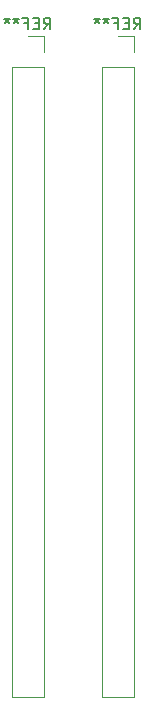
<source format=gbr>
%TF.GenerationSoftware,KiCad,Pcbnew,8.0.0*%
%TF.CreationDate,2024-02-24T18:53:26+01:00*%
%TF.ProjectId,ESP32-S3-Breadboard-Adapter,45535033-322d-4533-932d-427265616462,rev?*%
%TF.SameCoordinates,Original*%
%TF.FileFunction,Legend,Bot*%
%TF.FilePolarity,Positive*%
%FSLAX46Y46*%
G04 Gerber Fmt 4.6, Leading zero omitted, Abs format (unit mm)*
G04 Created by KiCad (PCBNEW 8.0.0) date 2024-02-24 18:53:26*
%MOMM*%
%LPD*%
G01*
G04 APERTURE LIST*
%ADD10C,0.150000*%
%ADD11C,0.120000*%
G04 APERTURE END LIST*
D10*
X143573333Y-107344819D02*
X143906666Y-106868628D01*
X144144761Y-107344819D02*
X144144761Y-106344819D01*
X144144761Y-106344819D02*
X143763809Y-106344819D01*
X143763809Y-106344819D02*
X143668571Y-106392438D01*
X143668571Y-106392438D02*
X143620952Y-106440057D01*
X143620952Y-106440057D02*
X143573333Y-106535295D01*
X143573333Y-106535295D02*
X143573333Y-106678152D01*
X143573333Y-106678152D02*
X143620952Y-106773390D01*
X143620952Y-106773390D02*
X143668571Y-106821009D01*
X143668571Y-106821009D02*
X143763809Y-106868628D01*
X143763809Y-106868628D02*
X144144761Y-106868628D01*
X143144761Y-106821009D02*
X142811428Y-106821009D01*
X142668571Y-107344819D02*
X143144761Y-107344819D01*
X143144761Y-107344819D02*
X143144761Y-106344819D01*
X143144761Y-106344819D02*
X142668571Y-106344819D01*
X141906666Y-106821009D02*
X142239999Y-106821009D01*
X142239999Y-107344819D02*
X142239999Y-106344819D01*
X142239999Y-106344819D02*
X141763809Y-106344819D01*
X141239999Y-106344819D02*
X141239999Y-106582914D01*
X141478094Y-106487676D02*
X141239999Y-106582914D01*
X141239999Y-106582914D02*
X141001904Y-106487676D01*
X141382856Y-106773390D02*
X141239999Y-106582914D01*
X141239999Y-106582914D02*
X141097142Y-106773390D01*
X140478094Y-106344819D02*
X140478094Y-106582914D01*
X140716189Y-106487676D02*
X140478094Y-106582914D01*
X140478094Y-106582914D02*
X140239999Y-106487676D01*
X140620951Y-106773390D02*
X140478094Y-106582914D01*
X140478094Y-106582914D02*
X140335237Y-106773390D01*
X135953333Y-107344819D02*
X136286666Y-106868628D01*
X136524761Y-107344819D02*
X136524761Y-106344819D01*
X136524761Y-106344819D02*
X136143809Y-106344819D01*
X136143809Y-106344819D02*
X136048571Y-106392438D01*
X136048571Y-106392438D02*
X136000952Y-106440057D01*
X136000952Y-106440057D02*
X135953333Y-106535295D01*
X135953333Y-106535295D02*
X135953333Y-106678152D01*
X135953333Y-106678152D02*
X136000952Y-106773390D01*
X136000952Y-106773390D02*
X136048571Y-106821009D01*
X136048571Y-106821009D02*
X136143809Y-106868628D01*
X136143809Y-106868628D02*
X136524761Y-106868628D01*
X135524761Y-106821009D02*
X135191428Y-106821009D01*
X135048571Y-107344819D02*
X135524761Y-107344819D01*
X135524761Y-107344819D02*
X135524761Y-106344819D01*
X135524761Y-106344819D02*
X135048571Y-106344819D01*
X134286666Y-106821009D02*
X134619999Y-106821009D01*
X134619999Y-107344819D02*
X134619999Y-106344819D01*
X134619999Y-106344819D02*
X134143809Y-106344819D01*
X133619999Y-106344819D02*
X133619999Y-106582914D01*
X133858094Y-106487676D02*
X133619999Y-106582914D01*
X133619999Y-106582914D02*
X133381904Y-106487676D01*
X133762856Y-106773390D02*
X133619999Y-106582914D01*
X133619999Y-106582914D02*
X133477142Y-106773390D01*
X132858094Y-106344819D02*
X132858094Y-106582914D01*
X133096189Y-106487676D02*
X132858094Y-106582914D01*
X132858094Y-106582914D02*
X132619999Y-106487676D01*
X133000951Y-106773390D02*
X132858094Y-106582914D01*
X132858094Y-106582914D02*
X132715237Y-106773390D01*
D11*
%TO.C,REF\u002A\u002A*%
X140910000Y-110490000D02*
X143570000Y-110490000D01*
X140910000Y-163890000D02*
X140910000Y-110490000D01*
X140910000Y-163890000D02*
X143570000Y-163890000D01*
X142240000Y-107890000D02*
X143570000Y-107890000D01*
X143570000Y-107890000D02*
X143570000Y-109220000D01*
X143570000Y-163890000D02*
X143570000Y-110490000D01*
X133290000Y-110490000D02*
X135950000Y-110490000D01*
X133290000Y-163890000D02*
X133290000Y-110490000D01*
X133290000Y-163890000D02*
X135950000Y-163890000D01*
X134620000Y-107890000D02*
X135950000Y-107890000D01*
X135950000Y-107890000D02*
X135950000Y-109220000D01*
X135950000Y-163890000D02*
X135950000Y-110490000D01*
%TD*%
M02*

</source>
